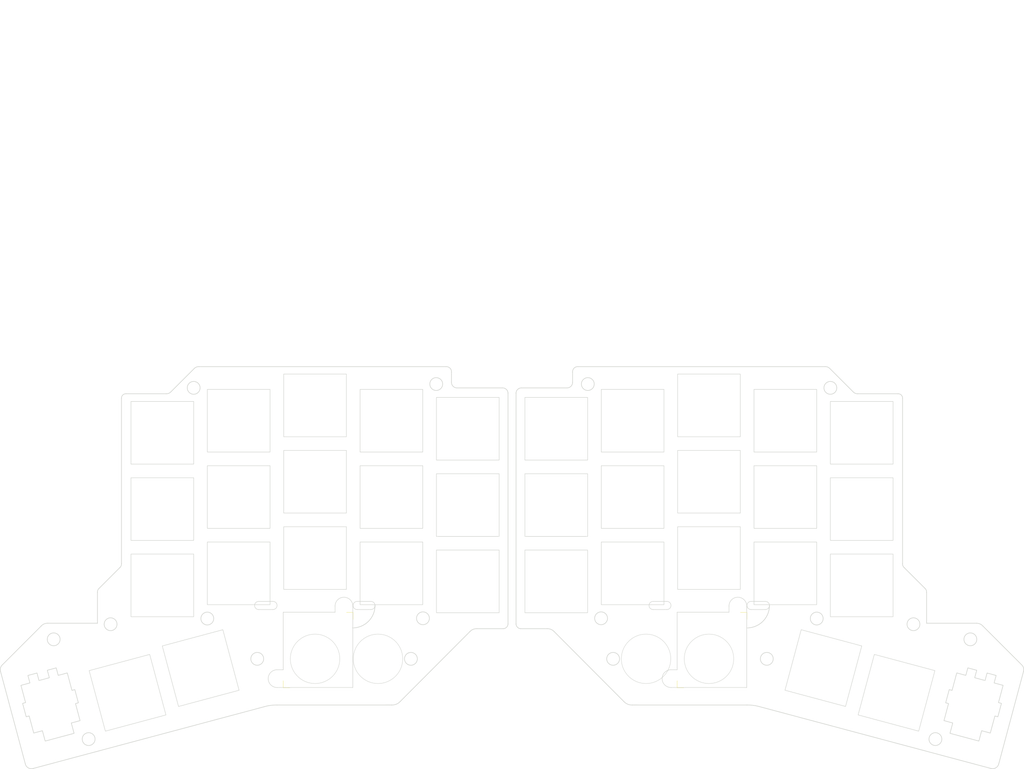
<source format=kicad_pcb>
(kicad_pcb (version 20211014) (generator pcbnew)
  (layers (0 "F.Cu" signal) (31 "B.Cu" signal) (34 "B.Paste" user) (35 "F.Paste" user) (36 "B.SilkS" user "B.Silkscreen") (37 "F.SilkS" user "F.Silkscreen") (38 "B.Mask" user) (39 "F.Mask" user) (44 "Edge.Cuts" user))
  (net 0 "")
  (footprint "jw_custom_footprint:CherryMX_Hotswap_cutout_above_PCB" (layer "F.Cu") (at 180.06034 102.649881)
    (fp_text reference "SW12" hide)
    (fp_text value "SW12")
    (fp_rect (start -7.8 -7.8) (end 7.8 7.8) (layer "Edge.Cuts") (width 0.12) (fill none))
  )
  (footprint "jw_custom_footprint:CherryMX_Hotswap_cutout_above_PCB" (layer "F.Cu") (at 180.06034 83.650281)
    (fp_text reference "SW7" hide)
    (fp_text value "SW7")
    (fp_rect (start -7.8 -7.8) (end 7.8 7.8) (layer "Edge.Cuts") (width 0.12) (fill none))
  )
  (footprint "jw_custom_footprint:RotaryEncoder_Alps_EC11E-Switch_Vertical_H20mm_cutout_above_PCB" (layer "F.Cu") (at 264.8712 134.975598 165)
    (fp_text reference "SW20" hide)
    (fp_text value "SW20")
    (fp_poly (pts (xy 3.7084 -6.096) (xy 5.969 -6.096) (xy 5.969 -1.7018) (xy 6.7056 -1.7018) (xy 6.7056 1.7018) (xy 5.969 1.7018) (xy 5.969 6.1976) (xy 3.6322 6.1976) (xy 3.6322 8.128) (xy 1.3462 8.128) (xy 1.3462 6.1976) (xy -1.3208 6.1976) (xy -1.3208 8.128) (xy -3.6576 8.128) (xy -3.6576 6.1976) (xy -5.969 6.1976) (xy -5.969 1.7526) (xy -6.731 1.7526) (xy -6.731 -1.7018) (xy -5.969 -1.7018) (xy -5.969 -6.096) (xy -3.7338 -6.096) (xy -3.7338 -8.763) (xy 3.7084 -8.763)) (layer "Edge.Cuts") (width 0.15) (fill none))
  )
  (footprint "jw_custom_footprint:MountingHole_3.2mm_M3_cutout" (layer "F.Cu") (at 229.261167 56.462037)
    (fp_text reference "TH1")
    (fp_text value "HOLE")
    (fp_circle (center 0 0) (end 1.6 0) (layer "Edge.Cuts") (width 0.15) (fill none))
  )
  (footprint "jw_custom_footprint:contact_button_cutout_12mm" (layer "F.Cu") (at 183.401592 123.932287)
    (fp_text reference "SW16" hide)
    (fp_text value "SW_Contact_Pad")
    (fp_circle (center 0 0) (end 6.15 0) (layer "Edge.Cuts") (width 0.1) (fill none))
  )
  (footprint "jw_custom_footprint:Nintendo_Switch_JOYSTICK_cutout_no_cable" (layer "F.Cu") (at 101.045114 121.725097)
    (fp_text reference "REF**")
    (fp_text value "Nintendo_Switch_JOYSTICK_cutout_no_cable")
    (fp_line (start -7.9248 9.398) (end -7.9248 7.6708) (layer "F.SilkS") (width 0.12))
    (fp_line (start 7.8232 -9.3472) (end 9.4488 -9.3472) (layer "F.SilkS") (width 0.12))
    (fp_line (start 9.4488 -9.3472) (end 9.4488 -7.62) (layer "F.SilkS") (width 0.12))
    (fp_line (start -6.2992 9.398) (end -7.9248 9.398) (layer "F.SilkS") (width 0.12))
    (fp_line (start -7.9248 4.9276) (end -9.4488 4.9276) (layer "Edge.Cuts") (width 0.12))
    (fp_line (start 4.9784 -9.398) (end 4.9784 -10.922) (layer "Edge.Cuts") (width 0.12))
    (fp_line (start 9.398 -10.922) (end 9.398 9.3472) (layer "Edge.Cuts") (width 0.12))
    (fp_line (start 9.398 9.3472) (end -9.4488 9.3472) (layer "Edge.Cuts") (width 0.12))
    (fp_line (start -7.9248 -9.398) (end -7.9248 4.9276) (layer "Edge.Cuts") (width 0.12))
    (fp_line (start -7.9248 -9.398) (end 4.9784 -9.398) (layer "Edge.Cuts") (width 0.12))
    (fp_arc (start 4.9784 -10.925142) (mid 7.189771 -13.13326) (end 9.398 -10.922) (layer "Edge.Cuts") (width 0.12))
    (fp_arc (start -9.4488 9.3472) (mid -11.660063 7.138971) (end -9.451942 4.9276) (layer "Edge.Cuts") (width 0.12))
  )
  (footprint "jw_custom_footprint:CherryMX_Hotswap_cutout_above_PCB" (layer "F.Cu") (at 161.06014 66.649281)
    (fp_text reference "SW1" hide)
    (fp_text value "SW1")
    (fp_rect (start -7.8 -7.8) (end 7.8 7.8) (layer "Edge.Cuts") (width 0.12) (fill none))
  )
  (footprint "jw_custom_footprint:CherryMX_Hotswap_cutout_above_PCB" (layer "F.Cu") (at 161.06014 85.649681)
    (fp_text reference "SW6" hide)
    (fp_text value "SW6")
    (fp_rect (start -7.8 -7.8) (end 7.8 7.8) (layer "Edge.Cuts") (width 0.12) (fill none))
  )
  (footprint "jw_custom_footprint:MountingHole_3.2mm_M3_cutout" (layer "F.Cu") (at 225.870212 113.900487)
    (fp_text reference "TH4")
    (fp_text value "HOLE")
    (fp_circle (center 0 0) (end 1.6 0) (layer "Edge.Cuts") (width 0.15) (fill none))
  )
  (footprint "jw_custom_footprint:MountingHole_3.2mm_M3_cutout" (layer "F.Cu") (at 249.936 115.316 180)
    (fp_text reference "MCU_1")
    (fp_text value "HOLE")
    (fp_circle (center 0 0) (end 1.6 0) (layer "Edge.Cuts") (width 0.15) (fill none))
  )
  (footprint "jw_custom_footprint:MountingHole_3.2mm_M3_cutout" (layer "F.Cu") (at 172.212767 113.837837)
    (fp_text reference "TH3")
    (fp_text value "HOLE")
    (fp_circle (center 0 0) (end 1.6 0) (layer "Edge.Cuts") (width 0.15) (fill none))
  )
  (footprint "jw_custom_footprint:MountingHole_3.2mm_M3_cutout" (layer "F.Cu") (at 264.095774 119.0752)
    (fp_text reference "MCU_2")
    (fp_text value "HOLE")
    (fp_circle (center 0 0) (end 1.6 0) (layer "Edge.Cuts") (width 0.15) (fill none))
  )
  (footprint "jw_custom_footprint:CherryMX_Hotswap_cutout_above_PCB" (layer "F.Cu") (at 245.7196 132.3848 -15)
    (fp_text reference "SW19" hide)
    (fp_text value "SW19")
    (fp_rect (start -7.8 -7.8) (end 7.8 7.8) (layer "Edge.Cuts") (width 0.12) (fill none))
  )
  (footprint "jw_custom_footprint:contact_button_cutout_12mm" (layer "F.Cu") (at 199.059966 123.932287)
    (fp_text reference "SW17" hide)
    (fp_text value "SW_Contact_Pad")
    (fp_circle (center 0 0) (end 6.15 0) (layer "Edge.Cuts") (width 0.1) (fill none))
  )
  (footprint "jw_custom_footprint:CherryMX_Hotswap_cutout_above_PCB" (layer "F.Cu") (at 199.05974 98.840081)
    (fp_text reference "SW13" hide)
    (fp_text value "SW13")
    (fp_rect (start -7.8 -7.8) (end 7.8 7.8) (layer "Edge.Cuts") (width 0.12) (fill none))
  )
  (footprint "jw_custom_footprint:Nintendo_Switch_JOYSTICK_cutout_no_cable" (layer "F.Cu") (at 199.059966 121.725097)
    (fp_text reference "REF**")
    (fp_text value "Nintendo_Switch_JOYSTICK_cutout_no_cable")
    (fp_line (start -7.9248 9.398) (end -7.9248 7.6708) (layer "F.SilkS") (width 0.12))
    (fp_line (start 9.4488 -9.3472) (end 9.4488 -7.62) (layer "F.SilkS") (width 0.12))
    (fp_line (start -6.2992 9.398) (end -7.9248 9.398) (layer "F.SilkS") (width 0.12))
    (fp_line (start 7.8232 -9.3472) (end 9.4488 -9.3472) (layer "F.SilkS") (width 0.12))
    (fp_line (start -7.9248 4.9276) (end -9.4488 4.9276) (layer "Edge.Cuts") (width 0.12))
    (fp_line (start -7.9248 -9.398) (end 4.9784 -9.398) (layer "Edge.Cuts") (width 0.12))
    (fp_line (start 4.9784 -9.398) (end 4.9784 -10.922) (layer "Edge.Cuts") (width 0.12))
    (fp_line (start -7.9248 -9.398) (end -7.9248 4.9276) (layer "Edge.Cuts") (width 0.12))
    (fp_line (start 9.398 -10.922) (end 9.398 9.3472) (layer "Edge.Cuts") (width 0.12))
    (fp_line (start 9.398 9.3472) (end -9.4488 9.3472) (layer "Edge.Cuts") (width 0.12))
    (fp_arc (start -9.4488 9.3472) (mid -11.660063 7.138971) (end -9.451942 4.9276) (layer "Edge.Cuts") (width 0.12))
    (fp_arc (start 4.9784 -10.925142) (mid 7.189771 -13.13326) (end 9.398 -10.922) (layer "Edge.Cuts") (width 0.12))
  )
  (footprint "jw_custom_footprint:MountingHole_3.2mm_M3_cutout" (layer "F.Cu") (at 255.397 143.9164)
    (fp_text reference "TH5")
    (fp_text value "HOLE")
    (fp_circle (center 0 0) (end 1.6 0) (layer "Edge.Cuts") (width 0.15) (fill none))
  )
  (footprint "jw_custom_footprint:CherryMX_Hotswap_cutout_above_PCB" (layer "F.Cu") (at 218.05994 64.650121)
    (fp_text reference "SW4" hide)
    (fp_text value "SW4")
    (fp_rect (start -7.8 -7.8) (end 7.8 7.8) (layer "Edge.Cuts") (width 0.12) (fill none))
  )
  (footprint "jw_custom_footprint:CherryMX_Hotswap_cutout_above_PCB" (layer "F.Cu") (at 180.06034 64.650681)
    (fp_text reference "SW2" hide)
    (fp_text value "SW2")
    (fp_rect (start -7.8 -7.8) (end 7.8 7.8) (layer "Edge.Cuts") (width 0.12) (fill none))
  )
  (footprint "jw_custom_footprint:Nintendo_Switch_Joystick_Cable_Hole_5.5x2mm_cutout" (layer "F.Cu") (at 211.309711 110.646243)
    (fp_text reference "JY_CABLE_2" hide)
    (fp_text value "HOLE")
    (fp_line (start 1.778 -1.016) (end -1.778 -1.016) (layer "Edge.Cuts") (width 0.12))
    (fp_line (start -1.778 1.016) (end 1.778 1.016) (layer "Edge.Cuts") (width 0.12))
    (fp_arc (start 1.778 -1.016) (mid 2.794 0) (end 1.778 1.016) (layer "Edge.Cuts") (width 0.12))
    (fp_arc (start -1.778 1.016) (mid -2.794 0) (end -1.778 -1.016) (layer "Edge.Cuts") (width 0.12))
  )
  (footprint "jw_custom_footprint:CherryMX_Hotswap_cutout_above_PCB" (layer "F.Cu") (at 237.059638 67.650681)
    (fp_text reference "SW5" hide)
    (fp_text value "SW5")
    (fp_rect (start -7.8 -7.8) (end 7.8 7.8) (layer "Edge.Cuts") (width 0.12) (fill none))
  )
  (footprint "jw_custom_footprint:CherryMX_Hotswap_cutout_above_PCB" (layer "F.Cu") (at 218.05994 102.650481)
    (fp_text reference "SW14" hide)
    (fp_text value "SW14")
    (fp_rect (start -7.8 -7.8) (end 7.8 7.8) (layer "Edge.Cuts") (width 0.12) (fill none))
  )
  (footprint "jw_custom_footprint:Nintendo_Switch_Joystick_Cable_Hole_6x2mm_cutout" (layer "F.Cu") (at 186.809515 110.646243)
    (fp_text reference "JY_CABLE_1" hide)
    (fp_text value "HOLE")
    (fp_line (start 1.778 -1.016) (end -1.651 -1.016) (layer "Edge.Cuts") (width 0.12))
    (fp_line (start -1.651 1.016) (end 1.778 1.016) (layer "Edge.Cuts") (width 0.12))
    (fp_arc (start 1.778 -1.016) (mid 2.794 0) (end 1.778 1.016) (layer "Edge.Cuts") (width 0.12))
    (fp_arc (start -1.651 1.016) (mid -2.667 0) (end -1.651 -1.016) (layer "Edge.Cuts") (width 0.12))
  )
  (footprint "jw_custom_footprint:CherryMX_Hotswap_cutout_above_PCB" (layer "F.Cu") (at 227.519774 126.238406 -15)
    (fp_text reference "SW18" hide)
    (fp_text value "SW18")
    (fp_rect (start -7.8 -7.8) (end 7.8 7.8) (layer "Edge.Cuts") (width 0.12) (fill none))
  )
  (footprint "jw_custom_footprint:MountingHole_3.2mm_M3_cutout" (layer "F.Cu") (at 213.445456 123.932287)
    (fp_text reference "JY_BT_2")
    (fp_text value "HOLE")
    (fp_circle (center 0 0) (end 1.6 0) (layer "Edge.Cuts") (width 0.15) (fill none))
  )
  (footprint "jw_custom_footprint:CherryMX_Hotswap_cutout_above_PCB" (layer "F.Cu") (at 237.059638 105.650481)
    (fp_text reference "SW15" hide)
    (fp_text value "SW15")
    (fp_rect (start -7.8 -7.8) (end 7.8 7.8) (layer "Edge.Cuts") (width 0.12) (fill none))
  )
  (footprint "jw_custom_footprint:CherryMX_Hotswap_cutout_above_PCB" (layer "F.Cu") (at 218.05994 83.650081)
    (fp_text reference "SW9" hide)
    (fp_text value "SW9")
    (fp_rect (start -7.8 -7.8) (end 7.8 7.8) (layer "Edge.Cuts") (width 0.12) (fill none))
  )
  (footprint "jw_custom_footprint:CherryMX_Hotswap_cutout_above_PCB" (layer "F.Cu") (at 237.059638 86.650481)
    (fp_text reference "SW10" hide)
    (fp_text value "SW10")
    (fp_rect (start -7.8 -7.8) (end 7.8 7.8) (layer "Edge.Cuts") (width 0.12) (fill none))
  )
  (footprint "jw_custom_footprint:CherryMX_Hotswap_cutout_above_PCB" (layer "F.Cu") (at 199.05974 60.839921)
    (fp_text reference "SW3" hide)
    (fp_text value "SW3")
    (fp_rect (start -7.8 -7.8) (end 7.8 7.8) (layer "Edge.Cuts") (width 0.12) (fill none))
  )
  (footprint "jw_custom_footprint:MountingHole_3.2mm_M3_cutout" (layer "F.Cu") (at 175.2092 123.932287)
    (fp_text reference "JY_BT_1")
    (fp_text value "HOLE")
    (fp_circle (center 0 0) (end 1.6 0) (layer "Edge.Cuts") (width 0.15) (fill none))
  )
  (footprint "jw_custom_footprint:MountingHole_3.2mm_M3_cutout" (layer "F.Cu") (at 168.91 55.5202)
    (fp_text reference "TH2")
    (fp_text value "HOLE")
    (fp_circle (center 0 0) (end 1.6 0) (layer "Edge.Cuts") (width 0.15) (fill none))
  )
  (footprint "jw_custom_footprint:CherryMX_Hotswap_cutout_above_PCB" (layer "F.Cu") (at 199.05974 79.839881)
    (fp_text reference "SW8" hide)
    (fp_text value "SW8")
    (fp_rect (start -7.8 -7.8) (end 7.8 7.8) (layer "Edge.Cuts") (width 0.12) (fill none))
  )
  (footprint "jw_custom_footprint:CherryMX_Hotswap_cutout_above_PCB" (layer "F.Cu") (at 161.06014 104.650081)
    (fp_text reference "SW11" hide)
    (fp_text value "SW11")
    (fp_rect (start -7.8 -7.8) (end 7.8 7.8) (layer "Edge.Cuts") (width 0.12) (fill none))
  )
  (footprint "jw_custom_footprint:Nintendo_Switch_Joystick_Cable_Hole_6x2mm_cutout" (layer "B.Cu") (at 113.295565 110.646243 180)
    (fp_text reference "JY_CABLE_1" hide)
    (fp_text value "HOLE")
    (fp_line (start 1.778 1.016) (end -1.651 1.016) (layer "Edge.Cuts") (width 0.12))
    (fp_line (start -1.651 -1.016) (end 1.778 -1.016) (layer "Edge.Cuts") (width 0.12))
    (fp_arc (start 1.778 -1.016) (mid 2.794 0) (end 1.778 1.016) (layer "Edge.Cuts") (width 0.12))
    (fp_arc (start -1.651 1.016) (mid -2.667 0) (end -1.651 -1.016) (layer "Edge.Cuts") (width 0.12))
  )
  (footprint "jw_custom_footprint:MountingHole_3.2mm_M3_cutout" (layer "B.Cu") (at 36.009306 119.0752 180)
    (fp_text reference "MCU_2")
    (fp_text value "HOLE")
    (fp_circle (center 0 0) (end 1.6 0) (layer "Edge.Cuts") (width 0.15) (fill none))
  )
  (footprint "jw_custom_footprint:MountingHole_3.2mm_M3_cutout" (layer "B.Cu") (at 124.89588 123.932287 180)
    (fp_text reference "JY_BT_1")
    (fp_text value "HOLE")
    (fp_circle (center 0 0) (end 1.6 0) (layer "Edge.Cuts") (width 0.15) (fill none))
  )
  (footprint "jw_custom_footprint:CherryMX_Hotswap_cutout_above_PCB" (layer "B.Cu") (at 139.04494 85.649681 180)
    (fp_text reference "SW6" hide)
    (fp_text value "SW6")
    (fp_rect (start -7.8 7.8) (end 7.8 -7.8) (layer "Edge.Cuts") (width 0.12) (fill none))
  )
  (footprint "jw_custom_footprint:CherryMX_Hotswap_cutout_above_PCB" (layer "B.Cu") (at 63.045442 86.650481 180)
    (fp_text reference "SW10" hide)
    (fp_text value "SW10")
    (fp_rect (start -7.8 7.8) (end 7.8 -7.8) (layer "Edge.Cuts") (width 0.12) (fill none))
  )
  (footprint "jw_custom_footprint:contact_button_cutout_12mm" (layer "B.Cu") (at 101.045114 123.932287 180)
    (fp_text reference "SW17" hide)
    (fp_text value "SW_Contact_Pad")
    (fp_circle (center 0 0) (end 6.15 0) (layer "Edge.Cuts") (width 0.1) (fill none))
  )
  (footprint "jw_custom_footprint:CherryMX_Hotswap_cutout_above_PCB" (layer "B.Cu") (at 139.04494 104.650081 180)
    (fp_text reference "SW11" hide)
    (fp_text value "SW11")
    (fp_rect (start -7.8 7.8) (end 7.8 -7.8) (layer "Edge.Cuts") (width 0.12) (fill none))
  )
  (footprint "jw_custom_footprint:CherryMX_Hotswap_cutout_above_PCB" (layer "B.Cu") (at 72.585306 126.238406 -165)
    (fp_text reference "SW18" hide)
    (fp_text value "SW18")
    (fp_rect (start -7.8 7.8) (end 7.8 -7.8) (layer "Edge.Cuts") (width 0.12) (fill none))
  )
  (footprint "jw_custom_footprint:RotaryEncoder_Alps_EC11E-Switch_Vertical_H20mm_cutout_above_PCB" (layer "B.Cu") (at 35.23388 134.975598 15)
    (fp_text reference "SW20" hide)
    (fp_text value "SW20")
    (fp_poly (pts (xy 3.7084 6.096) (xy 5.969 6.096) (xy 5.969 1.7018) (xy 6.7056 1.7018) (xy 6.7056 -1.7018) (xy 5.969 -1.7018) (xy 5.969 -6.1976) (xy 3.6322 -6.1976) (xy 3.6322 -8.128) (xy 1.3462 -8.128) (xy 1.3462 -6.1976) (xy -1.3208 -6.1976) (xy -1.3208 -8.128) (xy -3.6576 -8.128) (xy -3.6576 -6.1976) (xy -5.969 -6.1976) (xy -5.969 -1.7526) (xy -6.731 -1.7526) (xy -6.731 1.7018) (xy -5.969 1.7018) (xy -5.969 6.096) (xy -3.7338 6.096) (xy -3.7338 8.763) (xy 3.7084 8.763)) (layer "Edge.Cuts") (width 0.15) (fill none))
  )
  (footprint "jw_custom_footprint:MountingHole_3.2mm_M3_cutout" (layer "B.Cu") (at 44.70808 143.9164 180)
    (fp_text reference "TH5")
    (fp_text value "HOLE")
    (fp_circle (center 0 0) (end 1.6 0) (layer "Edge.Cuts") (width 0.15) (fill none))
  )
  (footprint "jw_custom_footprint:Nintendo_Switch_Joystick_Cable_Hole_5.5x2mm_cutout" (layer "B.Cu") (at 88.795369 110.646243 180)
    (fp_text reference "JY_CABLE_2" hide)
    (fp_text value "HOLE")
    (fp_line (start -1.778 -1.016) (end 1.778 -1.016) (layer "Edge.Cuts") (width 0.12))
    (fp_line (start 1.778 1.016) (end -1.778 1.016) (layer "Edge.Cuts") (width 0.12))
    (fp_arc (start -1.778 1.016) (mid -2.794 0) (end -1.778 -1.016) (layer "Edge.Cuts") (width 0.12))
    (fp_arc (start 1.778 -1.016) (mid 2.794 0) (end 1.778 1.016) (layer "Edge.Cuts") (width 0.12))
  )
  (footprint "jw_custom_footprint:CherryMX_Hotswap_cutout_above_PCB" (layer "B.Cu") (at 63.045442 67.650681 180)
    (fp_text reference "SW5" hide)
    (fp_text value "SW5")
    (fp_rect (start -7.8 7.8) (end 7.8 -7.8) (layer "Edge.Cuts") (width 0.12) (fill none))
  )
  (footprint "jw_custom_footprint:MountingHole_3.2mm_M3_cutout" (layer "B.Cu") (at 74.234868 113.900487 180)
    (fp_text reference "TH4")
    (fp_text value "HOLE")
    (fp_circle (center 0 0) (end 1.6 0) (layer "Edge.Cuts") (width 0.15) (fill none))
  )
  (footprint "jw_custom_footprint:CherryMX_Hotswap_cutout_above_PCB" (layer "B.Cu") (at 101.04534 60.839921 180)
    (fp_text reference "SW3" hide)
    (fp_text value "SW3")
    (fp_rect (start -7.8 7.8) (end 7.8 -7.8) (layer "Edge.Cuts") (width 0.12) (fill none))
  )
  (footprint "jw_custom_footprint:MountingHole_3.2mm_M3_cutout" (layer "B.Cu") (at 50.16908 115.316)
    (fp_text reference "MCU_1")
    (fp_text value "HOLE")
    (fp_circle (center 0 0) (end 1.6 0) (layer "Edge.Cuts") (width 0.15) (fill none))
  )
  (footprint "jw_custom_footprint:CherryMX_Hotswap_cutout_above_PCB" (layer "B.Cu") (at 82.04514 83.650081 180)
    (fp_text reference "SW9" hide)
    (fp_text value "SW9")
    (fp_rect (start -7.8 7.8) (end 7.8 -7.8) (layer "Edge.Cuts") (width 0.12) (fill none))
  )
  (footprint "jw_custom_footprint:CherryMX_Hotswap_cutout_above_PCB" (layer "B.Cu") (at 82.04514 102.650481 180)
    (fp_text reference "SW14" hide)
    (fp_text value "SW14")
    (fp_rect (start -7.8 7.8) (end 7.8 -7.8) (layer "Edge.Cuts") (width 0.12) (fill none))
  )
  (footprint "jw_custom_footprint:MountingHole_3.2mm_M3_cutout" (layer "B.Cu") (at 86.659624 123.932287 180)
    (fp_text reference "JY_BT_2")
    (fp_text value "HOLE")
    (fp_circle (center 0 0) (end 1.6 0) (layer "Edge.Cuts") (width 0.15) (fill none))
  )
  (footprint "jw_custom_footprint:CherryMX_Hotswap_cutout_above_PCB" (layer "B.Cu") (at 101.04534 98.840081 180)
    (fp_text reference "SW13" hide)
    (fp_text value "SW13")
    (fp_rect (start -7.8 7.8) (end 7.8 -7.8) (layer "Edge.Cuts") (width 0.12) (fill none))
  )
  (footprint "jw_custom_footprint:CherryMX_Hotswap_cutout_above_PCB" (layer "B.Cu") (at 82.04514 64.650121 180)
    (fp_text reference "SW4" hide)
    (fp_text value "SW4")
    (fp_rect (start -7.8 7.8) (end 7.8 -7.8) (layer "Edge.Cuts") (width 0.12) (fill none))
  )
  (footprint "jw_custom_footprint:CherryMX_Hotswap_cutout_above_PCB" (layer "B.Cu") (at 120.04474 102.649881 180)
    (fp_text reference "SW12" hide)
    (fp_text value "SW12")
    (fp_rect (start -7.8 7.8) (end 7.8 -7.8) (layer "Edge.Cuts") (width 0.12) (fill none))
  )
  (footprint "jw_custom_footprint:CherryMX_Hotswap_cutout_above_PCB" (layer "B.Cu") (at 101.04534 79.839881 180)
    (fp_text reference "SW8" hide)
    (fp_text value "SW8")
    (fp_rect (start -7.8 7.8) (end 7.8 -7.8) (layer "Edge.Cuts") (width 0.12) (fill none))
  )
  (footprint "jw_custom_footprint:contact_button_cutout_12mm" (layer "B.Cu") (at 116.703488 123.932287 180)
    (fp_text reference "SW16" hide)
    (fp_text value "SW_Contact_Pad")
    (fp_circle (center 0 0) (end 6.15 0) (layer "Edge.Cuts") (width 0.1) (fill none))
  )
  (footprint "jw_custom_footprint:CherryMX_Hotswap_cutout_above_PCB" (layer "B.Cu") (at 120.04474 64.650681 180)
    (fp_text reference "SW2" hide)
    (fp_text value "SW2")
    (fp_rect (start -7.8 7.8) (end 7.8 -7.8) (layer "Edge.Cuts") (width 0.12) (fill none))
  )
  (footprint "jw_custom_footprint:MountingHole_3.2mm_M3_cutout" (layer "B.Cu") (at 131.19508 55.5202 180)
    (fp_text reference "TH2")
    (fp_text value "HOLE")
    (fp_circle (center 0 0) (end 1.6 0) (layer "Edge.Cuts") (width 0.15) (fill none))
  )
  (footprint "jw_custom_footprint:MountingHole_3.2mm_M3_cutout" (layer "B.Cu") (at 70.843913 56.462037 180)
    (fp_text reference "TH1")
    (fp_text value "HOLE")
    (fp_circle (center 0 0) (end 1.6 0) (layer "Edge.Cuts") (width 0.15) (fill none))
  )
  (footprint "jw_custom_footprint:MountingHole_3.2mm_M3_cutout" (layer "B.Cu") (at 127.892313 113.837837 180)
    (fp_text reference "TH3")
    (fp_text value "HOLE")
    (fp_circle (center 0 0) (end 1.6 0) (layer "Edge.Cuts") (width 0.15) (fill none))
  )
  (footprint "jw_custom_footprint:CherryMX_Hotswap_cutout_above_PCB" (layer "B.Cu") (at 54.38548 132.3848 -165)
    (fp_text reference "SW19" hide)
    (fp_text value "SW19")
    (fp_rect (start -7.8 7.8) (end 7.8 -7.8) (layer "Edge.Cuts") (width 0.12) (fill none))
  )
  (footprint "jw_custom_footprint:CherryMX_Hotswap_cutout_above_PCB" (layer "B.Cu") (at 139.04494 66.649281 180)
    (fp_text reference "SW1" hide)
    (fp_text value "SW1")
    (fp_rect (start -7.8 7.8) (end 7.8 -7.8) (layer "Edge.Cuts") (width 0.12) (fill none))
  )
  (footprint "jw_custom_footprint:CherryMX_Hotswap_cutout_above_PCB" (layer "B.Cu") (at 120.04474 83.650281 180)
    (fp_text reference "SW7" hide)
    (fp_text value "SW7")
    (fp_rect (start -7.8 7.8) (end 7.8 -7.8) (layer "Edge.Cuts") (width 0.12) (fill none))
  )
  (footprint "jw_custom_footprint:CherryMX_Hotswap_cutout_above_PCB" (layer "B.Cu") (at 63.045442 105.650481 180)
    (fp_text reference "SW15" hide)
    (fp_text value "SW15")
    (fp_rect (start -7.8 7.8) (end 7.8 -7.8) (layer "Edge.Cuts") (width 0.12) (fill none))
  )
  (gr_line (start 133.68428 51.177987) (end 72.152068 51.178191) (layer "Edge.Cuts") (width 0.15))
  (gr_arc (start 151.05254 57.779716) (mid 151.454249 56.858099) (end 152.388012 56.485521) (layer "Edge.Cuts") (width 0.15))
  (gr_line (start 134.984582 55.087316) (end 134.984582 52.536481) (layer "Edge.Cuts") (width 0.15))
  (gr_arc (start 152.183374 116.429406) (mid 151.395368 116.057625) (end 151.05254 115.256606) (layer "Edge.Cuts") (width 0.15))
  (gr_line (start 177.927767 134.609606) (end 160.528767 117.142606) (layer "Edge.Cuts") (width 0.15))
  (gr_arc (start 165.120498 52.536481) (mid 165.476786 51.575966) (end 166.4208 51.177987) (layer "Edge.Cuts") (width 0.15))
  (gr_line (start 54.008795 57.934183) (end 64.024068 57.934183) (layer "Edge.Cuts") (width 0.15))
  (gr_arc (start 52.881528 59.039287) (mid 53.206867 58.243775) (end 54.008795 57.934591) (layer "Edge.Cuts") (width 0.15))
  (gr_arc (start 65.141668 57.489887) (mid 64.629945 57.830455) (end 64.024068 57.934183) (layer "Edge.Cuts") (width 0.15))
  (gr_arc (start 179.959767 135.424787) (mid 178.856998 135.233483) (end 177.927767 134.609606) (layer "Edge.Cuts") (width 0.15))
  (gr_line (start 147.921706 116.429406) (end 141.295713 116.429406) (layer "Edge.Cuts") (width 0.15))
  (gr_line (start 52.881528 100.238087) (end 52.881528 59.039287) (layer "Edge.Cuts") (width 0.15))
  (gr_arc (start 46.904468 107.350087) (mid 46.998959 106.821715) (end 47.310868 106.384887) (layer "Edge.Cuts") (width 0.15))
  (gr_arc (start 147.717068 56.485521) (mid 148.650812 56.858118) (end 149.05254 57.779716) (layer "Edge.Cuts") (width 0.15))
  (gr_line (start 149.05254 115.256606) (end 149.05254 57.779716) (layer "Edge.Cuts") (width 0.15))
  (gr_line (start 46.904468 107.350087) (end 46.904468 115.071687) (layer "Edge.Cuts") (width 0.15))
  (gr_arc (start 247.612612 101.203287) (mid 247.313261 100.762939) (end 247.223552 100.238087) (layer "Edge.Cuts") (width 0.15))
  (gr_line (start 139.576313 117.142606) (end 122.177313 134.609606) (layer "Edge.Cuts") (width 0.15))
  (gr_line (start 269.21652 151.2316) (end 211.72234 135.859406) (layer "Edge.Cuts") (width 0.15))
  (gr_line (start 227.953012 51.178191) (end 166.4208 51.177987) (layer "Edge.Cuts") (width 0.15))
  (gr_line (start 247.612612 101.203287) (end 252.794212 106.384887) (layer "Edge.Cuts") (width 0.15))
  (gr_arc (start 208.534767 135.432787) (mid 210.144404 135.527665) (end 211.72234 135.859406) (layer "Edge.Cuts") (width 0.15))
  (gr_arc (start 52.881528 100.238087) (mid 52.791819 100.762939) (end 52.492468 101.203287) (layer "Edge.Cuts") (width 0.15))
  (gr_arc (start 133.68428 51.177987) (mid 134.62831 51.57595) (end 134.984582 52.536481) (layer "Edge.Cuts") (width 0.15))
  (gr_arc (start 70.983668 51.647887) (mid 71.517627 51.28806) (end 72.152068 51.178191) (layer "Edge.Cuts") (width 0.15))
  (gr_line (start 267.221412 115.782887) (end 276.8092 125.3744) (layer "Edge.Cuts") (width 0.15))
  (gr_arc (start 122.177313 134.609606) (mid 121.248079 135.233477) (end 120.145313 135.424787) (layer "Edge.Cuts") (width 0.15))
  (gr_line (start 46.904468 115.071687) (end 34.509268 115.071687) (layer "Edge.Cuts") (width 0.15))
  (gr_arc (start 265.595812 115.071687) (mid 266.48771 115.246491) (end 267.221412 115.782887) (layer "Edge.Cuts") (width 0.15))
  (gr_line (start 88.38274 135.859406) (end 30.88856 151.2316) (layer "Edge.Cuts") (width 0.15))
  (gr_line (start 229.121412 51.647887) (end 234.963412 57.489887) (layer "Edge.Cuts") (width 0.15))
  (gr_line (start 47.310868 106.384887) (end 52.492468 101.203287) (layer "Edge.Cuts") (width 0.15))
  (gr_line (start 136.378385 56.485521) (end 147.717068 56.485521) (layer "Edge.Cuts") (width 0.15))
  (gr_arc (start 252.794212 106.384887) (mid 253.10612 106.821715) (end 253.200612 107.350087) (layer "Edge.Cuts") (width 0.15))
  (gr_line (start 152.388012 56.485521) (end 163.726695 56.485521) (layer "Edge.Cuts") (width 0.15))
  (gr_line (start 247.223552 59.039287) (end 247.223552 100.238087) (layer "Edge.Cuts") (width 0.15))
  (gr_arc (start 236.081012 57.934183) (mid 235.475135 57.830455) (end 234.963412 57.489887) (layer "Edge.Cuts") (width 0.15))
  (gr_line (start 22.78788 127.0762) (end 28.962004 150.129903) (layer "Edge.Cuts") (width 0.15))
  (gr_line (start 23.29588 125.3744) (end 32.883668 115.782887) (layer "Edge.Cuts") (width 0.15))
  (gr_arc (start 139.576313 117.142606) (mid 140.359781 116.602221) (end 141.295713 116.429406) (layer "Edge.Cuts") (width 0.15))
  (gr_arc (start 158.809367 116.429406) (mid 159.745296 116.602229) (end 160.528767 117.142606) (layer "Edge.Cuts") (width 0.15))
  (gr_line (start 208.534767 135.432787) (end 179.959767 135.424787) (layer "Edge.Cuts") (width 0.15))
  (gr_arc (start 136.378385 56.485521) (mid 135.39314 56.073866) (end 134.984582 55.087316) (layer "Edge.Cuts") (width 0.15))
  (gr_arc (start 22.78788 127.0762) (mid 22.788286 126.187506) (end 23.24508 125.4252) (layer "Edge.Cuts") (width 0.15))
  (gr_line (start 158.809367 116.429406) (end 152.183374 116.429406) (layer "Edge.Cuts") (width 0.15))
  (gr_arc (start 32.883668 115.782887) (mid 33.61737 115.246491) (end 34.509268 115.071687) (layer "Edge.Cuts") (width 0.15))
  (gr_line (start 65.141668 57.489887) (end 70.983668 51.647887) (layer "Edge.Cuts") (width 0.15))
  (gr_line (start 271.143076 150.129903) (end 277.3172 127.0762) (layer "Edge.Cuts") (width 0.15))
  (gr_arc (start 115.962565 110.646243) (mid 114.325878 114.597556) (end 110.374565 116.234243) (layer "Edge.Cuts") (width 0.15))
  (gr_arc (start 227.953012 51.178191) (mid 228.587453 51.28806) (end 229.121412 51.647887) (layer "Edge.Cuts") (width 0.15))
  (gr_arc (start 149.05254 115.256606) (mid 148.709697 116.057611) (end 147.921706 116.429406) (layer "Edge.Cuts") (width 0.15))
  (gr_arc (start 30.88856 151.2316) (mid 29.695877 151.081897) (end 28.962004 150.129903) (layer "Edge.Cuts") (width 0.15))
  (gr_arc (start 271.143076 150.129903) (mid 270.40918 151.081857) (end 269.21652 151.2316) (layer "Edge.Cuts") (width 0.15))
  (gr_arc (start 88.38274 135.859406) (mid 89.960675 135.527653) (end 91.570313 135.432787) (layer "Edge.Cuts") (width 0.15))
  (gr_arc (start 165.120498 55.087316) (mid 164.711967 56.073893) (end 163.726695 56.485521) (layer "Edge.Cuts") (width 0.15))
  (gr_line (start 120.145313 135.424787) (end 91.570313 135.432787) (layer "Edge.Cuts") (width 0.15))
  (gr_line (start 265.595812 115.071687) (end 253.200612 115.071687) (layer "Edge.Cuts") (width 0.15))
  (gr_arc (start 246.096285 57.934591) (mid 246.89821 58.243777) (end 247.223552 59.039287) (layer "Edge.Cuts") (width 0.15))
  (gr_arc (start 214.103711 110.646243) (mid 212.467024 114.597556) (end 208.515711 116.234243) (layer "Edge.Cuts") (width 0.15))
  (gr_line (start 236.081012 57.934183) (end 246.096285 57.934183) (layer "Edge.Cuts") (width 0.15))
  (gr_line (start 151.05254 57.779716) (end 151.05254 115.256606) (layer "Edge.Cuts") (width 0.15))
  (gr_arc (start 276.86 125.4252) (mid 277.316781 126.18751) (end 277.3172 127.0762) (layer "Edge.Cuts") (width 0.15))
  (gr_line (start 165.120498 52.536481) (end 165.120498 55.087316) (layer "Edge.Cuts") (width 0.15))
  (gr_line (start 253.200612 115.071687) (end 253.200612 107.350087) (layer "Edge.Cuts") (width 0.15))
)
</source>
